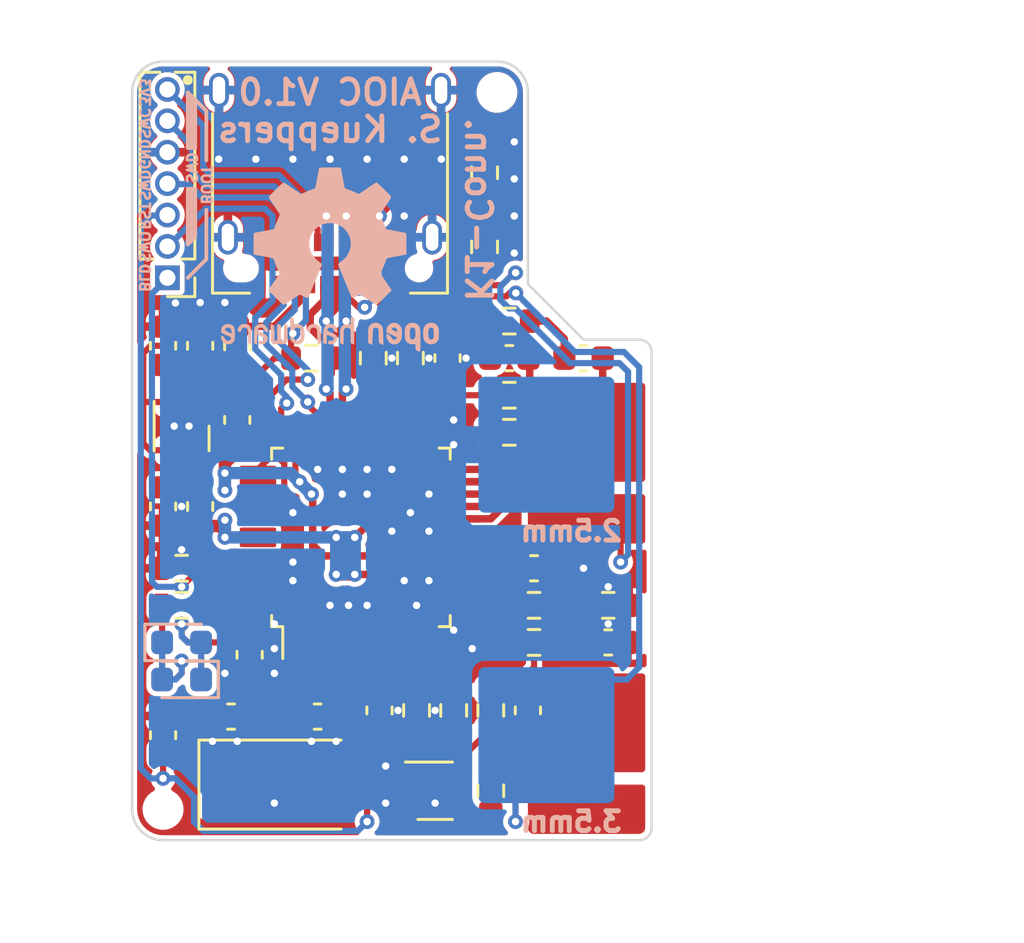
<source format=kicad_pcb>
(kicad_pcb (version 20211014) (generator pcbnew)
  (layers (0 "F.Cu" signal) (31 "B.Cu" signal) (34 "B.Paste" user) (35 "F.Paste" user) (36 "B.SilkS" user "B.Silkscreen") (37 "F.SilkS" user "F.Silkscreen") (38 "B.Mask" user) (39 "F.Mask" user) (44 "Edge.Cuts" user))
  (net 0 "")
  (net 1 "GND")
  (net 2 "/OSCIN")
  (net 3 "/OSCOUT")
  (net 12 "/SWCLK")
  (net 22 "/SWDIO")
  (net 23 "/USB-DP")
  (net 24 "/USB-DN")
  (net 25 "Net-(C3-Pad1)")
  (net 28 "+3V3")
  (net 29 "+3.3VA")
  (net 30 "/VIN")
  (net 31 "/VBUS")
  (net 32 "Net-(C12-Pad1)")
  (net 33 "Net-(C14-Pad1)")
  (net 34 "Net-(J1-PadB5)")
  (net 35 "Net-(J1-PadA5)")
  (net 36 "/USART-RX")
  (net 37 "Net-(Q1-Pad3)")
  (net 38 "Net-(Q1-Pad6)")
  (net 39 "/USART-TX")
  (net 40 "/PTT1")
  (net 41 "/PTT2")
  (net 42 "/AFIN")
  (net 43 "/RADIO-MIC")
  (net 44 "/RADIO-SPK")
  (net 45 "/AFOUT")
  (net 46 "/RADIO-RX-PTT1")
  (net 47 "/RADIO-TX")
  (net 48 "/RADIO-VP-PTT2")
  (net 49 "/NRST")
  (net 50 "/SWO")
  (net 51 "/BOOT0")
  (net 52 "Net-(D1-Pad1)")
  (net 53 "Net-(D1-Pad2)")
  (net 54 "Net-(R15-Pad2)")
  (net 55 "Net-(Q1-Pad2)")
  (net 56 "Net-(Q1-Pad5)")
  (net 59 "Net-(C5-Pad1)")
  (net 60 "/DAC_ATTEN")
  (footprint "Resistor_SMD:R_0603_1608Metric" (layer "F.Cu") (at 119.75 102 180)
    (fp_text reference "R2" hide)
    (fp_text value "10K")
  )
  (footprint "LED_SMD:LED_0603_1608Metric" (layer "F.Cu") (at 105.5 105 180)
    (fp_text reference "D2" hide)
    (fp_text value "RED")
  )
  (footprint "Capacitor_SMD:C_0603_1608Metric" (layer "F.Cu") (at 118.75 92 180)
    (fp_text reference "C11" hide)
    (fp_text value "10n/NP0")
  )
  (footprint "Resistor_SMD:R_0603_1608Metric" (layer "F.Cu") (at 105.5 102)
    (fp_text reference "R15" hide)
    (fp_text value "220R")
  )
  (footprint "AIOC:USB_C_Receptacle_Amphenol_12401832E40-2A" (layer "F.Cu") (at 111.5 85 180)
    (fp_text reference "J1" hide)
    (fp_text value "12401832E402A")
  )
  (footprint "Capacitor_SMD:C_0603_1608Metric" (layer "F.Cu") (at 107.5 106.5 180)
    (fp_text reference "C1" hide)
    (fp_text value "22p/NP0")
  )
  (footprint "LED_SMD:LED_0603_1608Metric" (layer "F.Cu") (at 105.5 103.5)
    (fp_text reference "D1" hide)
    (fp_text value "GREEN")
  )
  (footprint "Capacitor_SMD:C_0603_1608Metric" (layer "F.Cu") (at 113.5 106.25 -90)
    (fp_text reference "C9" hide)
    (fp_text value "100n")
  )
  (footprint "Capacitor_SMD:C_0603_1608Metric" (layer "F.Cu") (at 122.75 103.5)
    (fp_text reference "C12" hide)
    (fp_text value "100n")
  )
  (footprint "Resistor_SMD:R_0603_1608Metric" (layer "F.Cu") (at 118 109.5 -90)
    (fp_text reference "R13" hide)
    (fp_text value "22R")
  )
  (footprint "Inductor_SMD:L_0603_1608Metric" (layer "F.Cu") (at 107.75 91.5 90)
    (fp_text reference "FB2" hide)
    (fp_text value "600R@100MHz")
  )
  (footprint "Resistor_SMD:R_0603_1608Metric" (layer "F.Cu") (at 114.75 92 -90)
    (fp_text reference "R8" hide)
    (fp_text value "220R")
  )
  (footprint "Resistor_SMD:R_0603_1608Metric" (layer "F.Cu") (at 116.5 106.25 -90)
    (fp_text reference "R11" hide)
    (fp_text value "2.2K")
  )
  (footprint "Resistor_SMD:R_0603_1608Metric" (layer "F.Cu") (at 113.25 92 -90)
    (fp_text reference "R9" hide)
    (fp_text value "220R")
  )
  (footprint "Package_QFP:LQFP-48_7x7mm_P0.5mm" (layer "F.Cu") (at 112.75 99.25 90)
    (fp_text reference "U2" hide)
    (fp_text value "STM32F373CBTx")
  )
  (footprint "Capacitor_SMD:C_0603_1608Metric" (layer "F.Cu") (at 106.25 91.5 90)
    (fp_text reference "C6" hide)
    (fp_text value "4.7u/10V/X5R")
  )
  (footprint "Resistor_SMD:R_0603_1608Metric" (layer "F.Cu") (at 122.75 102 180)
    (fp_text reference "R4" hide)
    (fp_text value "220R")
  )
  (footprint "Inductor_SMD:L_0603_1608Metric" (layer "F.Cu") (at 106.25 98 90)
    (fp_text reference "FB1" hide)
    (fp_text value "600R@100MHz")
  )
  (footprint "Capacitor_SMD:C_0603_1608Metric" (layer "F.Cu") (at 104.75 91.5 90)
    (fp_text reference "C3" hide)
    (fp_text value "100n")
  )
  (footprint "Capacitor_SMD:C_0603_1608Metric" (layer "F.Cu") (at 111 106.5)
    (fp_text reference "C2" hide)
    (fp_text value "22p/NP0")
  )
  (footprint "Resistor_SMD:R_0603_1608Metric" (layer "F.Cu") (at 115 106.25 -90)
    (fp_text reference "R10" hide)
    (fp_text value "2.2K")
  )
  (footprint "Capacitor_SMD:C_0603_1608Metric" (layer "F.Cu") (at 107.75 94.5 90)
    (fp_text reference "C4" hide)
    (fp_text value "4.7u/10V/X5R")
  )
  (footprint "Resistor_SMD:R_0603_1608Metric" (layer "F.Cu") (at 110.75 92)
    (fp_text reference "R1" hide)
    (fp_text value "1.5K")
  )
  (footprint "Capacitor_SMD:C_0603_1608Metric" (layer "F.Cu") (at 104.75 98 -90)
    (fp_text reference "C5" hide)
    (fp_text value "4.7u/10V/X5R")
  )
  (footprint "Package_TO_SOT_SMD:SOT-363_SC-70-6" (layer "F.Cu") (at 115.75 109.5)
    (fp_text reference "Q1" hide)
    (fp_text value "BC847BS")
  )
  (footprint "Capacitor_SMD:C_0603_1608Metric" (layer "F.Cu") (at 121.75 92)
    (fp_text reference "C14" hide)
    (fp_text value "4.7u/10V/X5R")
  )
  (footprint "Resistor_SMD:R_0603_1608Metric" (layer "F.Cu") (at 119.75 103.5 180)
    (fp_text reference "R17" hide)
    (fp_text value "N.M.")
  )
  (footprint "Resistor_SMD:R_0603_1608Metric" (layer "F.Cu") (at 118.75 90.5)
    (fp_text reference "R5" hide)
    (fp_text value "2.2K")
  )
  (footprint "Capacitor_SMD:C_0603_1608Metric" (layer "F.Cu") (at 104.75 107.25 90)
    (fp_text reference "C15" hide)
    (fp_text value "100n")
  )
  (footprint "Capacitor_SMD:C_0603_1608Metric" (layer "F.Cu") (at 119.75 100.5)
    (fp_text reference "C7" hide)
    (fp_text value "4.7u/10V/X5R")
  )
  (footprint "Connector_PinHeader_1.27mm:PinHeader_1x07_P1.27mm_Vertical" (layer "F.Cu") (at 104.925 88.75 180)
    (fp_text reference "J2" hide)
    (fp_text value "Conn_01x07_Male")
  )
  (footprint "Capacitor_SMD:C_0603_1608Metric" (layer "F.Cu") (at 108.25 104 -90)
    (fp_text reference "C8" hide)
    (fp_text value "100n")
  )
  (footprint "AIOC:Micrel_MLF-8-1EP_2x2mm_P0.5mm_EP0.6x1.2mm" (layer "F.Cu") (at 105.5 94.75 -90)
    (fp_text reference "U1" hide)
    (fp_text value "MIC5330-SSYML")
  )
  (footprint "Resistor_SMD:R_0603_1608Metric" (layer "F.Cu") (at 118.75 93.5)
    (fp_text reference "R16" hide)
    (fp_text value "5.1K")
  )
  (footprint "Resistor_SMD:R_0603_1608Metric" (layer "F.Cu") (at 118.75 95)
    (fp_text reference "R3" hide)
    (fp_text value "5.1K")
  )
  (footprint "AIOC:TOOLING-HOLE" (layer "F.Cu") (at 104.75 110.25)
    (fp_text reference "H2" hide)
    (fp_text value "ToolingHole")
  )
  (footprint "Capacitor_SMD:C_0603_1608Metric" (layer "F.Cu") (at 116.25 92 90)
    (fp_text reference "C10" hide)
    (fp_text value "4.7u/10V/X5R")
  )
  (footprint "Resistor_SMD:R_0603_1608Metric" (layer "F.Cu") (at 105.5 100.5)
    (fp_text reference "R14" hide)
    (fp_text value "2.2K")
  )
  (footprint "Resistor_SMD:R_0603_1608Metric" (layer "F.Cu") (at 117.75 84.5 -90)
    (fp_text reference "R6" hide)
    (fp_text value "5.1K")
  )
  (footprint "AIOC:TOOLING-HOLE" (layer "F.Cu") (at 118.25 81.25)
    (fp_text reference "H1" hide)
    (fp_text value "ToolingHole")
  )
  (footprint "Capacitor_SMD:C_0603_1608Metric" (layer "F.Cu") (at 119.5 106.25 -90)
    (fp_text reference "C13" hide)
    (fp_text value "4.7u/10V/X5R")
  )
  (footprint "AIOC:Crystal_SMD_5032-2Pin_5.0x3.2mm" (layer "F.Cu") (at 109.25 109.25)
    (fp_text reference "Y1" hide)
    (fp_text value "8MHz/20pF")
  )
  (footprint "Resistor_SMD:R_0603_1608Metric" (layer "F.Cu") (at 118 106.25 -90)
    (fp_text reference "R12" hide)
    (fp_text value "22R")
  )
  (footprint "Resistor_SMD:R_0603_1608Metric" (layer "F.Cu") (at 117.75 87.5 90)
    (fp_text reference "R7" hide)
    (fp_text value "5.1K")
  )
  (footprint "LED_SMD:LED_0603_1608Metric" (layer "B.Cu") (at 105.5 105 180)
    (fp_text reference "D4" hide)
    (fp_text value "N.M.")
  )
  (footprint "LED_SMD:LED_0603_1608Metric" (layer "B.Cu") (at 105.5 103.5)
    (fp_text reference "D3" hide)
    (fp_text value "N.M.")
  )
  (footprint "Symbol:OSHW-Logo2_9.8x8mm_SilkScreen" (layer "B.Cu") (at 111.5 88 180)
    (fp_text reference "REF**" hide)
    (fp_text value "OSHW-Logo2_9.8x8mm_SilkScreen" hide)
  )
  (gr_line (start 105.9 85.15) (end 105.9 87.25) (layer "B.SilkS") (width 0.15))
  (gr_line (start 105.75 87.4) (end 105.75 85.15) (layer "B.SilkS") (width 0.15))
  (gr_line (start 105.75 85.15) (end 106.05 85.15) (layer "B.SilkS") (width 0.15))
  (gr_line (start 105.75 88.75) (end 106.5 88) (layer "B.SilkS") (width 0.15))
  (gr_line (start 105.75 81.25) (end 106.5 82) (layer "B.SilkS") (width 0.15))
  (gr_line (start 105.75 83.5) (end 105.75 81.25) (layer "B.SilkS") (width 0.15))
  (gr_line (start 106.5 82) (end 106.5 84) (layer "B.SilkS") (width 0.15))
  (gr_line (start 105.75 83.5) (end 106.05 83.5) (layer "B.SilkS") (width 0.15))
  (gr_line (start 106.5 88) (end 106.5 86) (layer "B.SilkS") (width 0.15))
  (gr_line (start 106.05 87.1) (end 106.05 85.15) (layer "B.SilkS") (width 0.15))
  (gr_line (start 105.75 87.4) (end 106.05 87.1) (layer "B.SilkS") (width 0.15))
  (gr_line (start 105.9 81.4) (end 105.9 83.5) (layer "B.SilkS") (width 0.15))
  (gr_line (start 106.05 83.5) (end 106.05 81.55) (layer "B.SilkS") (width 0.15))
  (gr_circle (center 105.75 80.75) (end 105.85 80.75) (layer "F.SilkS") (width 0.2) (fill none))
  (gr_line (start 119.5 89) (end 119.5 81.25) (layer "Edge.Cuts") (width 0.1))
  (gr_line (start 103.5 110.25) (end 103.5 81.25) (layer "Edge.Cuts") (width 0.1))
  (gr_line (start 121.75 91.25) (end 124 91.25) (layer "Edge.Cuts") (width 0.1))
  (gr_line (start 124.5 91.75) (end 124.5 111) (layer "Edge.Cuts") (width 0.1))
  (gr_line (start 124 111.5) (end 104.75 111.5) (layer "Edge.Cuts") (width 0.1))
  (gr_arc (start 124.5 111) (mid 124.353553 111.353553) (end 124 111.5) (layer "Edge.Cuts") (width 0.1))
  (gr_line (start 121.75 91.25) (end 119.5 89) (layer "Edge.Cuts") (width 0.1))
  (gr_arc (start 118.25 80) (mid 119.133883 80.366117) (end 119.5 81.25) (layer "Edge.Cuts") (width 0.1))
  (gr_arc (start 103.5 81.25) (mid 103.866117 80.366117) (end 104.75 80) (layer "Edge.Cuts") (width 0.1))
  (gr_line (start 106 80) (end 118.25 80) (layer "Edge.Cuts") (width 0.1))
  (gr_arc (start 124 91.25) (mid 124.353553 91.396447) (end 124.5 91.75) (layer "Edge.Cuts") (width 0.1))
  (gr_line (start 106 80) (end 104.75 80) (layer "Edge.Cuts") (width 0.1))
  (gr_arc (start 104.75 111.5) (mid 103.866117 111.133883) (end 103.5 110.25) (layer "Edge.Cuts") (width 0.1))
  (gr_text "RST" (at 104 86.25 270) (layer "B.SilkS") (effects (font (size 0.4 0.4) (thickness 0.1)) (justify mirror)))
  (gr_text "SWD" (at 104 85 270) (layer "B.SilkS") (effects (font (size 0.4 0.4) (thickness 0.1)) (justify mirror)))
  (gr_text "SWO" (at 104 87.5 270) (layer "B.SilkS") (effects (font (size 0.4 0.4) (thickness 0.1)) (justify mirror)))
  (gr_text "GND" (at 104 83.75 270) (layer "B.SilkS") (effects (font (size 0.4 0.4) (thickness 0.1)) (justify mirror)))
  (gr_text "BLD" (at 104 88.75 270) (layer "B.SilkS") (effects (font (size 0.4 0.4) (thickness 0.1)) (justify mirror)))
  (gr_text "3V3" (at 104 81.25 270) (layer "B.SilkS") (effects (font (size 0.4 0.4) (thickness 0.1)) (justify mirror)))
  (gr_text "AIOC V1.0" (at 111.5 81.25) (layer "B.SilkS") (effects (font (size 1 1) (thickness 0.2)) (justify mirror)))
  (gr_text "3.5mm" (at 121.25 110.75) (layer "B.SilkS") (effects (font (size 0.8 0.8) (thickness 0.2)) (justify mirror)))
  (gr_text "SWD" (at 105.9 84.3 270) (layer "B.SilkS") (effects (font (size 0.4 0.4) (thickness 0.1)) (justify mirror)))
  (gr_text "S. Kueppers" (at 111.5 82.75) (layer "B.SilkS") (effects (font (size 1 1) (thickness 0.2)) (justify mirror)))
  (gr_text "K1-Conn." (at 117.5 86 270) (layer "B.SilkS") (effects (font (size 1 1) (thickness 0.2)) (justify mirror)))
  (gr_text "2.5mm" (at 121.25 99) (layer "B.SilkS") (effects (font (size 0.8 0.8) (thickness 0.2)) (justify mirror)))
  (gr_text "SWC" (at 104 82.5 270) (layer "B.SilkS") (effects (font (size 0.4 0.4) (thickness 0.1)) (justify mirror)))
  (gr_text "BOOT" (at 106.5 85 270) (layer "B.SilkS") (effects (font (size 0.4 0.4) (thickness 0.1)) (justify mirror)))
  (segment (start 108.75 89.02) (end 108.75 88.416813) (width 0.25) (layer "F.Cu") (net 1))
  (segment (start 113.5 102.5) (end 113.5 103.4125) (width 0.3) (layer "F.Cu") (net 1))
  (segment (start 105.75 93.775) (end 105.75 94.7) (width 0.25) (layer "F.Cu") (net 1))
  (segment (start 123.525 103.5) (end 123.525 102.05) (width 0.3) (layer "F.Cu") (net 1))
  (segment (start 113 102) (end 113.5 102.5) (width 0.3) (layer "F.Cu") (net 1))
  (segment (start 105.75 94.7) (end 105.8 94.75) (width 0.25) (layer "F.Cu") (net 1))
  (segment (start 109.5 101.5) (end 110 101) (width 0.3) (layer "F.Cu") (net 1))
  (segment (start 114.5 87.32) (end 114.5 87.916813) (width 0.25) (layer "F.Cu") (net 1))
  (segment (start 109 87.32) (end 109 88.166813) (width 0.25) (layer "F.Cu") (net 1))
  (segment (start 114.5 87.916813) (end 114.25 88.166813) (width 0.25) (layer "F.Cu") (net 1))
  (segment (start 114.25 89.02) (end 114.25 88.166813) (width 0.25) (layer "F.Cu") (net 1))
  (segment (start 123.525 102.05) (end 123.575 102) (width 0.25) (layer "F.Cu") (net 1))
  (segment (start 108.75 88.416813) (end 109 88.166813) (width 0.25) (layer "F.Cu") (net 1))
  (segment (start 108.5875 101.5) (end 109.5 101.5) (width 0.3) (layer "F.Cu") (net 1))
  (via (at 114.25 106.25) (size 0.6) (drill 0.3) (layers "F.Cu" "B.Cu") (net 1))
  (via (at 115.5 97.5) (size 0.6) (drill 0.3) (layers "F.Cu" "B.Cu") (net 1))
  (via (at 113.00027 83.951369) (size 0.6) (drill 0.3) (layers "F.Cu" "B.Cu") (net 1))
  (via (at 105.8 94.75) (size 0.6) (drill 0.3) (layers "F.Cu" "B.Cu") (net 1))
  (via (at 116.5 94.5) (size 0.6) (drill 0.3) (layers "F.Cu" "B.Cu") (net 1))
  (via (at 118.95 83.25) (size 0.6) (drill 0.3) (layers "F.Cu" "B.Cu") (net 1))
  (via (at 107.75 107.5) (size 0.6) (drill 0.3) (layers "F.Cu" "B.Cu") (net 1))
  (via (at 115 102) (size 0.6) (drill 0.3) (layers "F.Cu" "B.Cu") (net 1))
  (via (at 113 96.5) (size 0.6) (drill 0.3) (layers "F.Cu" "B.Cu") (net 1))
  (via (at 110 100.25) (size 0.6) (drill 0.3) (layers "F.Cu" "B.Cu") (net 1))
  (via (at 118.95 84.75) (size 0.6) (drill 0.3) (layers "F.Cu" "B.Cu") (net 1))
  (via (at 109.25 103.75) (size 0.6) (drill 0.3) (layers "F.Cu" "B.Cu") (net 1))
  (via (at 112.25 102) (size 0.6) (drill 0.3) (layers "F.Cu" "B.Cu") (net 1))
  (via (at 107.25 89.75) (size 0.6) (drill 0.3) (layers "F.Cu" "B.Cu") (net 1))
  (via (at 113.75 110) (size 0.6) (drill 0.3) (layers "F.Cu" "B.Cu") (net 1))
  (via (at 110.75 107.5) (size 0.6) (drill 0.3) (layers "F.Cu" "B.Cu") (net 1))
  (via (at 112 97.5) (size 0.6) (drill 0.3) (layers "F.Cu" "B.Cu") (net 1))
  (via (at 105.25 89.769502) (size 0.6) (drill 0.3) (layers "F.Cu" "B.Cu") (net 1))
  (via (at 105.5 98) (size 0.6) (drill 0.3) (layers "F.Cu" "B.Cu") (net 1))
  (via (at 110 98.25) (size 0.6) (drill 0.3) (layers "F.Cu" "B.Cu") (net 1))
  (via (at 114 99) (size 0.6) (drill 0.3) (layers "F.Cu" "B.Cu") (net 1))
  (via (at 116.00027 83.951369) (size 0.6) (drill 0.3) (layers "F.Cu" "B.Cu") (net 1))
  (via (at 117 92) (size 0.6) (drill 0.3) (layers "F.Cu" "B.Cu") (net 1))
  (via (at 109.25 102.75) (size 0.6) (drill 0.3) (layers "F.Cu" "B.Cu") (net 1))
  (via (at 114.5 101) (size 0.6) (drill 0.3) (layers "F.Cu" "B.Cu") (net 1))
  (via (at 107 83.95) (size 0.6) (drill 0.3) (layers "F.Cu" "B.Cu") (net 1))
  (via (at 105.5 99.75) (size 0.6) (drill 0.3) (layers "F.Cu" "B.Cu") (net 1))
  (via (at 117.25 103.75) (size 0.6) (drill 0.3) (layers "F.Cu" "B.Cu") (net 1))
  (via (at 110 101) (size 0.6) (drill 0.3) (layers "F.Cu" "B.Cu") (net 1))
  (via (at 106.75 107.5) (size 0.6) (drill 0.3) (layers "F.Cu" "B.Cu") (net 1))
  (via (at 114 92) (size 0.6) (drill 0.3) (layers "F.Cu" "B.Cu") (net 1))
  (via (at 113 97.5) (size 0.6) (drill 0.3) (layers "F.Cu" "B.Cu") (net 1))
  (via (at 113 102) (size 0.6) (drill 0.3) (layers "F.Cu" "B.Cu") (net 1))
  (via (at 106.25 89.75) (size 0.6) (drill 0.3) (layers "F.Cu" "B.Cu") (net 1))
  (via (at 114.5 86.25) (size 0.6) (drill 0.3) (layers "F.Cu" "B.Cu") (net 1))
  (via (at 107.25 104.75) (size 0.6) (drill 0.3) (layers "F.Cu" "B.Cu") (net 1))
  (via (at 121.75 100.5) (size 0.6) (drill 0.3) (layers "F.Cu" "B.Cu") (net 1))
  (via (at 116.5 95.5) (size 0.6) (drill 0.3) (layers "F.Cu" "B.Cu") (net 1))
  (via (at 111.75 107.502432) (size 0.6) (drill 0.3) (layers "F.Cu" "B.Cu") (net 1))
  (via (at 114.75 98.25) (size 0.6) (drill 0.3) (layers "F.Cu" "B.Cu") (net 1))
  (via (at 115.75 110) (size 0.6) (drill 0.3) (layers "F.Cu" "B.Cu") (net 1))
  (via (at 114 96.5) (size 0.6) (drill 0.3) (layers "F.Cu" "B.Cu") (net 1))
  (via (at 113.75 108.5) (size 0.6) (drill 0.3) (layers "F.Cu" "B.Cu") (net 1))
  (via (at 114.4994 83.950576) (size 0.6) (drill 0.3) (layers "F.Cu" "B.Cu") (net 1))
  (via (at 112 96.5) (size 0.6) (drill 0.3) (layers "F.Cu" "B.Cu") (net 1))
  (via (at 108.50027 83.951369) (size 0.6) (drill 0.3) (layers "F.Cu" "B.Cu") (net 1))
  (via (at 105.2 94.75) (size 0.6) (drill 0.3) (layers "F.Cu" "B.Cu") (net 1))
  (via (at 116.5 103) (size 0.6) (drill 0.3) (layers "F.Cu" "B.Cu") (net 1))
  (via (at 111.50027 83.951369) (size 0.6) (drill 0.3) (layers "F.Cu" "B.Cu") (net 1))
  (via (at 122.75 101.25) (size 0.6) (drill 0.3) (layers "F.Cu" "B.Cu") (net 1))
  (via (at 115.5 99) (size 0.6) (drill 0.3) (layers "F.Cu" "B.Cu") (net 1))
  (via (at 109.25 110) (size 0.6) (drill 0.3) (layers "F.Cu" "B.Cu") (net 1))
  (via (at 111 96.5) (size 0.6) (drill 0.3) (layers "F.Cu" "B.Cu") (net 1))
  (via (at 115.5 101) (size 0.6) (drill 0.3) (layers "F.Cu" "B.Cu") (net 1))
  (via (at 111.5 102) (size 0.6) (drill 0.3) (layers "F.Cu" "B.Cu") (net 1))
  (via (at 118.95 86.25) (size 0.6) (drill 0.3) (layers "F.Cu" "B.Cu") (net 1))
  (via (at 109.25 104.75) (size 0.6) (drill 0.3) (layers "F.Cu" "B.Cu") (net 1))
  (via (at 115.5 92) (size 0.6) (drill 0.3) (layers "F.Cu" "B.Cu") (net 1))
  (via (at 118.95 87.75) (size 0.6) (drill 0.3) (layers "F.Cu" "B.Cu") (net 1))
  (via (at 110.00027 83.951369) (size 0.6) (drill 0.3) (layers "F.Cu" "B.Cu") (net 1))
  (via (at 122.75 102.75) (size 0.6) (drill 0.3) (layers "F.Cu" "B.Cu") (net 1))
  (via (at 115.75 106.25) (size 0.6) (drill 0.3) (layers "F.Cu" "B.Cu") (net 1))
  (segment (start 108.75 107.5) (end 108.75 109) (width 0.25) (layer "F.Cu") (net 2))
  (segment (start 108.5 109.25) (end 107.4 109.25) (width 0.25) (layer "F.Cu") (net 2))
  (segment (start 108.863604 106.5) (end 108.472183 106.5) (width 0.25) (layer "F.Cu") (net 2))
  (segment (start 108.275 106.75) (end 108.275 107.025) (width 0.25) (layer "F.Cu") (net 2))
  (segment (start 110.363604 105) (end 108.863604 106.5) (width 0.25) (layer "F.Cu") (net 2))
  (segment (start 112 104.363604) (end 111.363604 105) (width 0.25) (layer "F.Cu") (net 2))
  (segment (start 108.75 109) (end 108.5 109.25) (width 0.25) (layer "F.Cu") (net 2))
  (segment (start 112 103.4125) (end 112 104.363604) (width 0.25) (layer "F.Cu") (net 2))
  (segment (start 108.275 107.025) (end 108.75 107.5) (width 0.25) (layer "F.Cu") (net 2))
  (segment (start 111.363604 105) (end 110.363604 105) (width 0.25) (layer "F.Cu") (net 2))
  (segment (start 108.525 106.5) (end 108.275 106.75) (width 0.25) (layer "F.Cu") (net 2))
  (segment (start 112.5 104.5) (end 111.55 105.45) (width 0.25) (layer "F.Cu") (net 3))
  (segment (start 109.75 107.5) (end 109.75 109) (width 0.25) (layer "F.Cu") (net 3))
  (segment (start 110.225 107.025) (end 109.75 107.5) (width 0.25) (layer "F.Cu") (net 3))
  (segment (start 112.5 103.4125) (end 112.5 104.5) (width 0.25) (layer "F.Cu") (net 3))
  (segment (start 110.225 105.775) (end 110.225 107.025) (width 0.25) (layer "F.Cu") (net 3))
  (segment (start 110 109.25) (end 111.1 109.25) (width 0.25) (layer "F.Cu") (net 3))
  (segment (start 111.55 105.45) (end 110.55 105.45) (width 0.25) (layer "F.Cu") (net 3))
  (segment (start 110.55 105.45) (end 110.225 105.775) (width 0.25) (layer "F.Cu") (net 3))
  (segment (start 109.75 109) (end 110 109.25) (width 0.25) (layer "F.Cu") (net 3))
  (segment (start 109.05 96.0375) (end 108.5875 96.5) (width 0.25) (layer "F.Cu") (net 12))
  (segment (start 110.6 92.866006) (end 109.743948 92.866006) (width 0.25) (layer "F.Cu") (net 12))
  (segment (start 109.743948 92.866006) (end 109.05 93.559954) (width 0.25) (layer "F.Cu") (net 12))
  (segment (start 109.05 93.559954) (end 109.05 96.0375) (width 0.25) (layer "F.Cu") (net 12))
  (via (at 110.6 92.866006) (size 0.6) (drill 0.3) (layers "F.Cu" "B.Cu") (net 12))
  (segment (start 105.925 83.42) (end 104.925 82.42) (width 0.25) (layer "B.Cu") (net 12))
  (segment (start 109.247792 85.05) (end 106.505408 85.05) (width 0.25) (layer "B.Cu") (net 12))
  (segment (start 110.6 92.483884) (end 109.375 91.258884) (width 0.25) (layer "B.Cu") (net 12))
  (segment (start 110.6 92.866006) (end 110.6 92.483884) (width 0.25) (layer "B.Cu") (net 12))
  (segment (start 109.375 91.258884) (end 109.375 90.741116) (width 0.25) (layer "B.Cu") (net 12))
  (segment (start 110.0755 90.040616) (end 110.0755 85.877708) (width 0.25) (layer "B.Cu") (net 12))
  (segment (start 106.505408 85.05) (end 105.925 84.469592) (width 0.25) (layer "B.Cu") (net 12))
  (segment (start 109.375 90.741116) (end 110.0755 90.040616) (width 0.25) (layer "B.Cu") (net 12))
  (segment (start 110.0755 85.877708) (end 109.247792 85.05) (width 0.25) (layer "B.Cu") (net 12))
  (segment (start 105.925 84.469592) (end 105.925 83.42) (width 0.25) (layer "B.Cu") (net 12))
  (segment (start 110.499747 93.784062) (end 111 94.284315) (width 0.25) (layer "F.Cu") (net 22))
  (segment (start 111 94.284315) (end 111 95.0875) (width 0.25) (layer "F.Cu") (net 22))
  (via (at 110.6 93.774076) (size 0.6) (drill 0.3) (layers "F.Cu" "B.Cu") (net 22))
  (segment (start 109.061396 85.5) (end 106.319012 85.5) (width 0.25) (layer "B.Cu") (net 22))
  (segment (start 109.6255 86.064104) (end 109.061396 85.5) (width 0.25) (layer "B.Cu") (net 22))
  (segment (start 109.6255 89.85422) (end 109.6255 86.064104) (width 0.25) (layer "B.Cu") (net 22))
  (segment (start 109.975 92.49528) (end 108.925 91.44528) (width 0.25) (layer "B.Cu") (net 22))
  (segment (start 108.925 90.55472) (end 109.6255 89.85422) (width 0.25) (layer "B.Cu") (net 22))
  (segment (start 110.6 93.774076) (end 109.975 93.149076) (width 0.25) (layer "B.Cu") (net 22))
  (segment (start 109.975 93.149076) (end 109.975 92.49528) (width 0.25) (layer "B.Cu") (net 22))
  (segment (start 105.779012 84.96) (end 104.925 84.96) (width 0.25) (layer "B.Cu") (net 22))
  (segment (start 106.319012 85.5) (end 105.779012 84.96) (width 0.25) (layer "B.Cu") (net 22))
  (segment (start 108.925 91.44528) (end 108.925 90.55472) (width 0.25) (layer "B.Cu") (net 22))
  (segment (start 111.575 92.625) (end 111.575 92) (width 0.25) (layer "F.Cu") (net 23))
  (segment (start 111.35 90.380761) (end 111.35 90.5) (width 0.3) (layer "F.Cu") (net 23))
  (segment (start 111.5 87.32) (end 111.5 86.4) (width 0.3) (layer "F.Cu") (net 23))
  (segment (start 111.35 93.25) (end 111.35 92.85) (width 0.25) (layer "F.Cu") (net 23))
  (segment (start 111.5 86.4) (end 111.35 86.25) (width 0.3) (layer "F.Cu") (net 23))
  (segment (start 111.35 92.85) (end 111.575 92.625) (width 0.25) (layer "F.Cu") (net 23))
  (segment (start 111.5 95.0875) (end 111.5 93.4) (width 0.3) (layer "F.Cu") (net 23))
  (segment (start 111.75 89.02) (end 111.75 89.980761) (width 0.3) (layer "F.Cu") (net 23))
  (segment (start 111.5 93.4) (end 111.35 93.25) (width 0.3) (layer "F.Cu") (net 23))
  (segment (start 111.75 89.980761) (end 111.35 90.380761) (width 0.3) (layer "F.Cu") (net 23))
  (via (at 111.35 86.25) (size 0.6) (drill 0.3) (layers "F.Cu" "B.Cu") (net 23))
  (via (at 111.35 90.5) (size 0.6) (drill 0.3) (layers "F.Cu" "B.Cu") (net 23))
  (via (at 111.35 93.25) (size 0.6) (drill 0.3) (layers "F.Cu" "B.Cu") (net 23))
  (segment (start 111.4 86.3) (end 111.4 93.2) (width 0.5) (layer "B.Cu") (net 23))
  (segment (start 111.35 86.25) (end 111.4 86.3) (width 0.5) (layer "B.Cu") (net 23))
  (segment (start 111.4 93.2) (end 111.35 93.25) (width 0.5) (layer "B.Cu") (net 23))
  (segment (start 112 95.0875) (end 112 93.4) (width 0.3) (layer "F.Cu") (net 24))
  (segment (start 110.7 90.769239) (end 111.080761 91.15) (width 0.3) (layer "F.Cu") (net 24))
  (segment (start 112 86.4) (end 112.15 86.25) (width 0.3) (layer "F.Cu") (net 24))
  (segment (start 111.619239 91.15) (end 112.15 90.619239) (width 0.3) (layer "F.Cu") (net 24))
  (segment (start 111.080761 91.15) (end 111.619239 91.15) (width 0.3) (layer "F.Cu") (net 24))
  (segment (start 112 87.32) (end 112 86.4) (width 0.3) (layer "F.Cu") (net 24))
  (segment (start 111.25 89.02) (end 111.25 89.680761) (width 0.3) (layer "F.Cu") (net 24))
  (segment (start 112 93.4) (end 112.15 93.25) (width 0.3) (layer "F.Cu") (net 24))
  (segment (start 110.7 90.230761) (end 110.7 90.769239) (width 0.3) (layer "F.Cu") (net 24))
  (segment (start 111.25 89.680761) (end 110.7 90.230761) (width 0.3) (layer "F.Cu") (net 24))
  (segment (start 112.15 90.619239) (end 112.15 90.5) (width 0.3) (layer "F.Cu") (net 24))
  (via (at 112.15 86.25) (size 0.6) (drill 0.3) (layers "F.Cu" "B.Cu") (net 24))
  (via (at 112.15 90.5) (size 0.6) (drill 0.3) (layers "F.Cu" "B.Cu") (net 24))
  (via (at 112.15 93.25) (size 0.6) (drill 0.3) (layers "F.Cu" "B.Cu") (net 24))
  (segment (start 112.1 93.2) (end 112.15 93.25) (width 0.5) (layer "B.Cu") (net 24))
  (segment (start 112.1 86.3) (end 112.1 93.2) (width 0.5) (layer "B.Cu") (net 24))
  (segment (start 112.15 86.25) (end 112.1 86.3) (width 0.5) (layer "B.Cu") (net 24))
  (segment (start 105.25 93.775) (end 105.25 93.25) (width 0.25) (layer "F.Cu") (net 25))
  (segment (start 105.25 93.25) (end 104.75 92.75) (width 0.25) (layer "F.Cu") (net 25))
  (segment (start 104.75 92.75) (end 104.75 92.275) (width 0.25) (layer "F.Cu") (net 25))
  (segment (start 110.1 96.85) (end 110.75 97.5) (width 0.25) (layer "F.Cu") (net 28))
  (segment (start 110 102.25) (end 110.5 101.75) (width 0.3) (layer "F.Cu") (net 28))
  (segment (start 110.8 99.3) (end 110.8 101.45) (width 0.3) (layer "F.Cu") (net 28))
  (segment (start 108.25 102.75) (end 108.5875 102.4125) (width 0.25) (layer "F.Cu") (net 28))
  (segment (start 106.525 95.725) (end 107 95.25) (width 0.25) (layer "F.Cu") (net 28))
  (segment (start 110.25 102) (end 108.5875 102) (width 0.3) (layer "F.Cu") (net 28))
  (segment (start 110.8 99.55) (end 110.8 99.3) (width 0.3) (layer "F.Cu") (net 28))
  (segment (start 109.925 92) (end 109.925 91.075) (width 0.25) (layer "F.Cu") (net 28))
  (segment (start 107.25 96.25) (end 107.75 95.75) (width 0.5) (layer "F.Cu") (net 28))
  (segment (start 107.725 95.25) (end 107.75 95.275) (width 0.25) (layer "F.Cu") (net 28))
  (segment (start 118 100) (end 116.9125 100) (width 0.3) (layer "F.Cu") (net 28))
  (segment (start 110 95.0875) (end 110 95.972919) (width 0.25) (layer "F.Cu") (net 28))
  (segment (start 108.6 92.65) (end 109.25 92) (width 0.25) (layer "F.Cu") (net 28))
  (segment (start 110.2745 97) (end 110.8 97.5255) (width 0.3) (layer "F.Cu") (net 28))
  (segment (start 109.925 91.075) (end 110 91) (width 0.25) (layer "F.Cu") (net 28))
  (segment (start 116.9125 100) (end 111.25 100) (width 0.3) (layer "F.Cu") (net 28))
  (segment (start 111.25 100) (end 110.8 99.55) (width 0.3) (layer "F.Cu") (net 28))
  (segment (start 107.25 97.35) (end 107.25 96.25) (width 0.5) (layer "F.Cu") (net 28))
  (segment (start 110.8 97.5255) (end 110.8 99.3) (width 0.3) (layer "F.Cu") (net 28))
  (segment (start 106.25 95.725) (end 106.525 95.725) (width 0.25) (layer "F.Cu") (net 28))
  (segment (start 107.75 95.75) (end 107.75 95.275) (width 0.5) (layer "F.Cu") (net 28))
  (segment (start 118.5 100.5) (end 118 100) (width 0.3) (layer "F.Cu") (net 28))
  (segment (start 108.25 95.275) (end 108.6 94.925) (width 0.25) (layer "F.Cu") (net 28))
  (segment (start 110.5 101.75) (end 110.25 102) (width 0.3) (layer "F.Cu") (net 28))
  (segment (start 118.975 100.5) (end 118.5 100.5) (width 0.3) (layer "F.Cu") (net 28))
  (segment (start 110 95.972919) (end 110.1 96.072919) (width 0.25) (layer "F.Cu") (net 28))
  (segment (start 108.25 103.225) (end 108.25 102.75) (width 0.25) (layer "F.Cu") (net 28))
  (segment (start 107 95.25) (end 107.725 95.25) (width 0.25) (layer "F.Cu") (net 28))
  (segment (start 110 103.4125) (end 110 102.25) (width 0.3) (layer "F.Cu") (net 28))
  (segment (start 110.8 101.45) (end 110.5 101.75) (width 0.3) (layer "F.Cu") (net 28))
  (segment (start 107.75 95.275) (end 108.25 95.275) (width 0.25) (layer "F.Cu") (net 28))
  (segment (start 109.25 92) (end 109.925 92) (width 0.25) (layer "F.Cu") (net 28))
  (segment (start 108.6 94.925) (end 108.6 92.65) (width 0.25) (layer "F.Cu") (net 28))
  (segment (start 110.1 96.072919) (end 110.1 96.85) (width 0.25) (layer "F.Cu") (net 28))
  (segment (start 108.5875 102.4125) (end 108.5875 102) (width 0.25) (layer "F.Cu") (net 28))
  (via (at 110.2745 97) (size 0.6) (drill 0.3) (layers "F.Cu" "B.Cu") (net 28))
  (via (at 110 91) (size 0.6) (drill 0.3) (layers "F.Cu" "B.Cu") (net 28))
  (via (at 110.75 97.5) (size 0.6) (drill 0.3) (layers "F.Cu" "B.Cu") (net 28))
  (via (at 107.25 96.65) (size 0.6) (drill 0.3) (layers "F.Cu" "B.Cu") (net 28))
  (via (at 107.25 97.35) (size 0.6) (drill 0.3) (layers "F.Cu" "B.Cu") (net 28))
  (segment (start 106.691804 84.6) (end 109.434188 84.6) (width 0.25) (layer "B.Cu") (net 28))
  (segment (start 104.925 81.15) (end 106.375 82.6) (width 0.25) (layer "B.Cu") (net 28))
  (segment (start 110.2745 97) (end 110.25 97) (width 0.5) (layer "B.Cu") (net 28))
  (segment (start 107.25 96.65) (end 107.25 97.35) (width 0.5) (layer "B.Cu") (net 28))
  (segment (start 110.5255 90.4745) (end 110 91) (width 0.25) (layer "B.Cu") (net 28))
  (segment (start 106.375 82.6) (end 106.375 84.283196) (width 0.25) (layer "B.Cu") (net 28))
  (segment (start 110.5255 85.691312) (end 110.5255 90.4745) (width 0.25) (layer "B.Cu") (net 28))
  (segment (start 110.25 97) (end 110.75 97.5) (width 0.5) (layer "B.Cu") (net 28))
  (segment (start 107.25 96.65) (end 109.9 96.65) (width 0.5) (layer "B.Cu") (net 28))
  (segment (start 109.434188 84.6) (end 110.5255 85.691312) (width 0.25) (layer "B.Cu") (net 28))
  (segment (start 109.9 96.65) (end 110.75 97.5) (width 0.5) (layer "B.Cu") (net 28))
  (segment (start 106.375 84.283196) (end 106.691804 84.6) (width 0.25) (layer "B.Cu") (net 28))
  (segment (start 107.25 98.55) (end 107.25 99) (width 0.5) (layer "F.Cu") (net 29))
  (segment (start 116 96.5) (end 115.25 96.5) (width 0.3) (layer "F.Cu") (net 29))
  (segment (start 112.5 100.75) (end 113 100.75) (width 0.3) (layer "F.Cu") (net 29))
  (segment (start 112.5 100.75) (end 111.75 100.75) (width 0.5) (layer "F.Cu") (net 29))
  (segment (start 117.925 93.5) (end 116.25 93.5) (width 0.25) (layer "F.Cu") (net 29))
  (segment (start 114 103.4125) (end 114 104.5) (width 0.3) (layer "F.Cu") (net 29))
  (segment (start 115.5 95.0875) (end 115.5 96.25) (width 0.3) (layer "F.Cu") (net 29))
  (segment (start 116.9125 96.5) (end 116 96.5) (width 0.3) (layer "F.Cu") (net 29))
  (segment (start 113 100.75) (end 114 101.75) (width 0.3) (layer "F.Cu") (net 29))
  (segment (start 107.0375 98.7875) (end 107.25 99) (width 0.5) (layer "F.Cu") (net 29))
  (segment (start 115.25 96.5) (end 113.25 98.5) (width 0.3) (layer "F.Cu") (net 29))
  (segment (start 116.25 93.5) (end 116.25 92.8625) (width 0.3) (layer "F.Cu") (net 29))
  (segment (start 112.5 99.25) (end 111.75 99.25) (width 0.5) (layer "F.Cu") (net 29))
  (segment (start 113.25 98.5) (end 112.5 99.25) (width 0.3) (layer "F.Cu") (net 29))
  (segment (start 113.5 105) (end 113.5 105.3875) (width 0.3) (layer "F.Cu") (net 29))
  (segment (start 115.5 95.0875) (end 115.5 94.25) (width 0.3) (layer "F.Cu") (net 29))
  (segment (start 114 101.75) (end 114 103.4125) (width 0.3) (layer "F.Cu") (net 29))
  (segment (start 106.25 98.7875) (end 107.0375 98.7875) (width 0.5) (layer "F.Cu") (net 29))
  (segment (start 107.25 99) (end 107.25 99.25) (width 0.5) (layer "F.Cu") (net 29))
  (segment (start 115.5 94.25) (end 116.25 93.5) (width 0.3) (layer "F.Cu") (net 29))
  (segment (start 114 104.5) (end 113.5 105) (width 0.3) (layer "F.Cu") (net 29))
  (segment (start 115.5 96.25) (end 115.25 96.5) (width 0.3) (layer "F.Cu") (net 29))
  (via (at 111.75 99.25) (size 0.6) (drill 0.3) (layers "F.Cu" "B.Cu") (net 29))
  (via (at 112.5 99.25) (size 0.6) (drill 0.3) (layers "F.Cu" "B.Cu") (net 29))
  (via (at 107.25 99.25) (size 0.6) (drill 0.3) (layers "F.Cu" "B.Cu") (net 29))
  (via (at 111.75 100.75) (size 0.6) (drill 0.3) (layers "F.Cu" "B.Cu") (net 29))
  (via (at 107.25 98.55) (size 0.6) (drill 0.3) (layers "F.Cu" "B.Cu") (net 29))
  (via (at 112.5 100.75) (size 0.6) (drill 0.3) (layers "F.Cu" "B.Cu") (net 29))
  (segment (start 112.5 99.25) (end 112.5 100.75) (width 0.5) (layer "B.Cu") (net 29))
  (segment (start 107.25 99.25) (end 107.25 98.55) (width 0.5) (layer "B.Cu") (net 29))
  (segment (start 112.1 99.25) (end 112.1 100.75) (width 0.5) (layer "B.Cu") (net 29))
  (segment (start 111.75 99.25) (end 112.25 99.25) (width 0.5) (layer "B.Cu") (net 29))
  (segment (start 111.75 99.25) (end 111.75 100.75) (width 0.5) (layer "B.Cu") (net 29))
  (segment (start 111.75 99.25) (end 107.25 99.25) (width 0.5) (layer "B.Cu") (net 29))
  (segment (start 112.25 99.25) (end 112.5 99.25) (width 0.5) (layer "B.Cu") (net 29))
  (segment (start 103.95 91.8) (end 104.25 91.5) (width 0.25) (layer "F.Cu") (net 30))
  (segment (start 103.95 93.7) (end 103.95 91.8) (width 0.25) (layer "F.Cu") (net 30))
  (segment (start 106.2625 92.2875) (end 106.25 92.275) (width 0.5) (layer "F.Cu") (net 30))
  (segment (start 104.025 93.775) (end 103.95 93.7) (width 0.25) (layer "F.Cu") (net 30))
  (segment (start 107.75 92.2875) (end 106.2625 92.2875) (width 0.5) (layer "F.Cu") (net 30))
  (segment (start 104.25 91.5) (end 106 91.5) (width 0.25) (layer "F.Cu") (net 30))
  (segment (start 103.95 95.45) (end 103.95 93.7) (width 0.25) (layer "F.Cu") (net 30))
  (segment (start 104.75 93.775) (end 104.025 93.775) (width 0.25) (layer "F.Cu") (net 30))
  (segment (start 106 91.5) (end 106.25 91.75) (width 0.25) (layer "F.Cu") (net 30))
  (segment (start 106.25 91.75) (end 106.25 92.275) (width 0.25) (layer "F.Cu") (net 30))
  (segment (start 104 95.5) (end 103.95 95.45) (width 0.25) (layer "F.Cu") (net 30))
  (segment (start 106.25 93.775) (end 106.25 92.275) (width 0.25) (layer "F.Cu") (net 30))
  (segment (start 104.75 95.725) (end 104.225 95.725) (width 0.25) (layer "F.Cu") (net 30))
  (segment (start 104.225 95.725) (end 104 95.5) (width 0.25) (layer "F.Cu") (net 30))
  (segment (start 110.5 88.04) (end 113 88.04) (width 0.3) (layer "F.Cu") (net 31))
  (segment (start 109.2575 90.7125) (end 108.25 90.7125) (width 0.3) (layer "F.Cu") (net 31))
  (segment (start 110.25 89.02) (end 110.25 89.72) (width 0.3) (layer "F.Cu") (net 31))
  (segment (start 110.5 87.32) (end 110.5 88.04) (width 0.3) (layer "F.Cu") (net 31))
  (segment (start 110.5 88.04) (end 110.25 88.29) (width 0.3) (layer "F.Cu") (net 31))
  (segment (start 112.75 89.02) (end 112.75 88.29) (width 0.3) (layer "F.Cu") (net 31))
  (segment (start 113 87.32) (end 113 88.04) (width 0.3) (layer "F.Cu") (net 31))
  (segment (start 112.75 88.29) (end 113 88.04) (width 0.3) (layer "F.Cu") (net 31))
  (segment (start 110.25 89.02) (end 110.25 88.29) (width 0.3) (layer "F.Cu") (net 31))
  (segment (start 110.25 89.72) (end 109.2575 90.7125) (width 0.3) (layer "F.Cu") (net 31))
  (segment (start 112.75 88.29) (end 110.25 88.29) (width 0.3) (layer "F.Cu") (net 31))
  (segment (start 120.575 102) (end 121.925 102) (width 0.25) (layer "F.Cu") (net 32))
  (segment (start 120.575 103.5) (end 121.975 103.5) (width 0.25) (layer "F.Cu") (net 32))
  (segment (start 119.5 105.475) (end 119.5 104.75) (width 0.25) (layer "F.Cu") (net 32))
  (segment (start 121.925 102) (end 121.925 103.45) (width 0.25) (layer "F.Cu") (net 32))
  (segment (start 119.5 104.75) (end 119.75 104.5) (width 0.25) (layer "F.Cu") (net 32))
  (segment (start 119.75 104.5) (end 119.75 103.75) (width 0.25) (layer "F.Cu") (net 32))
  (segment (start 120 103.5) (end 120.575 103.5) (width 0.25) (layer "F.Cu") (net 32))
  (segment (start 119.75 103.75) (end 120 103.5) (width 0.25) (layer "F.Cu") (net 32))
  (segment (start 121.925 103.45) (end 121.975 103.5) (width 0.25) (layer "F.Cu") (net 32))
  (segment (start 120.975 91.225) (end 120.25 90.5) (width 0.3) (layer "F.Cu") (net 33))
  (segment (start 120.25 90.5) (end 119.575 90.5) (width 0.3) (layer "F.Cu") (net 33))
  (segment (start 120.975 92) (end 120.975 91.225) (width 0.3) (layer "F.Cu") (net 33))
  (segment (start 116.186396 85.05) (end 116.461396 85.325) (width 0.25) (layer "F.Cu") (net 34))
  (segment (start 111 86.783884) (end 110.725 86.508884) (width 0.25) (layer "F.Cu") (net 34))
  (segment (start 110.725 86.508884) (end 110.725 85.991116) (width 0.25) (layer "F.Cu") (net 34))
  (segment (start 110.725 85.991116) (end 111.216116 85.5) (width 0.25) (layer "F.Cu") (net 34))
  (segment (start 114.063604 85.05) (end 116.186396 85.05) (width 0.25) (layer "F.Cu") (net 34))
  (segment (start 116.461396 85.325) (end 117.75 85.325) (width 0.25) (layer "F.Cu") (net 34))
  (segment (start 113.613604 85.5) (end 114.063604 85.05) (width 0.25) (layer "F.Cu") (net 34))
  (segment (start 111.216116 85.5) (end 113.613604 85.5) (width 0.25) (layer "F.Cu") (net 34))
  (segment (start 111 87.32) (end 111 86.783884) (width 0.25) (layer "F.Cu") (net 34))
  (segment (start 114.25 85.5) (end 116 85.5) (width 0.25) (layer "F.Cu") (net 35))
  (segment (start 112.6495 89.942499) (end 112.25 89.542999) (width 0.25) (layer "F.Cu") (net 35))
  (segment (start 112.25 89.542999) (end 112.25 89.02) (width 0.25) (layer "F.Cu") (net 35))
  (segment (start 117.175 86.675) (end 117.75 86.675) (width 0.25) (layer "F.Cu") (net 35))
  (segment (start 116 85.5) (end 117.175 86.675) (width 0.25) (layer "F.Cu") (net 35))
  (segment (start 113.5 86.25) (end 114.25 85.5) (width 0.25) (layer "F.Cu") (net 35))
  (via (at 113.5 86.25) (size 0.6) (drill 0.3) (layers "F.Cu" "B.Cu") (net 35))
  (via (at 112.8995 89.942499) (size 0.6) (drill 0.3) (layers "F.Cu" "B.Cu") (net 35))
  (segment (start 113.25 86.5) (end 113.25 89.591999) (width 0.25) (layer "B.Cu") (net 35))
  (segment (start 113.5 86.25) (end 113.25 86.5) (width 0.25) (layer "B.Cu") (net 35))
  (segment (start 113.25 89.591999) (end 112.8995 89.942499) (width 0.25) (layer "B.Cu") (net 35))
  (segment (start 112.5 94.113604) (end 113.25 93.363604) (width 0.25) (layer "F.Cu") (net 36))
  (segment (start 113.25 93.363604) (end 113.25 92.9125) (width 0.25) (layer "F.Cu") (net 36))
  (segment (start 112.5 95.0875) (end 112.5 94.113604) (width 0.25) (layer "F.Cu") (net 36))
  (segment (start 117.1625 110.75) (end 117.5 110.4125) (width 0.25) (layer "F.Cu") (net 37))
  (segment (start 114.8 110.15) (end 114.8 110.55) (width 0.25) (layer "F.Cu") (net 37))
  (segment (start 114.8 110.55) (end 115 110.75) (width 0.25) (layer "F.Cu") (net 37))
  (segment (start 115 110.75) (end 117.1625 110.75) (width 0.25) (layer "F.Cu") (net 37))
  (segment (start 117.5 110.4125) (end 118 110.4125) (width 0.25) (layer "F.Cu") (net 37))
  (segment (start 117.925 107.075) (end 118 107.075) (width 0.25) (layer "F.Cu") (net 38))
  (segment (start 116.7 108.85) (end 116.7 108.3) (width 0.25) (layer "F.Cu") (net 38))
  (segment (start 116.7 108.3) (end 117.925 107.075) (width 0.25) (layer "F.Cu") (net 38))
  (segment (start 113.5 93.75) (end 114.5 93.75) (width 0.25) (layer "F.Cu") (net 39))
  (segment (start 114.75 93.5) (end 114.75 92.9125) (width 0.25) (layer "F.Cu") (net 39))
  (segment (start 113 94.25) (end 113.5 93.75) (width 0.25) (layer "F.Cu") (net 39))
  (segment (start 114.5 93.75) (end 114.75 93.5) (width 0.25) (layer "F.Cu") (net 39))
  (segment (start 113 95.0875) (end 113 94.25) (width 0.25) (layer "F.Cu") (net 39))
  (segment (start 116.5 104.75) (end 116.5 105.3375) (width 0.25) (layer "F.Cu") (net 40))
  (segment (start 115.25 104.5) (end 116.25 104.5) (width 0.25) (layer "F.Cu") (net 40))
  (segment (start 116.25 104.5) (end 116.5 104.75) (width 0.25) (layer "F.Cu") (net 40))
  (segment (start 115 104.25) (end 115.25 104.5) (width 0.25) (layer "F.Cu") (net 40))
  (segment (start 115 103.4125) (end 115 104.25) (width 0.25) (layer "F.Cu") (net 40))
  (segment (start 115 104.886396) (end 115 105.425) (width 0.25) (layer "F.Cu") (net 41))
  (segment (start 114.5 103.4125) (end 114.5 104.386396) (width 0.25) (layer "F.Cu") (net 41))
  (segment (start 114.5 104.386396) (end 115 104.886396) (width 0.25) (layer "F.Cu") (net 41))
  (segment (start 118.75 97.75) (end 118.75 97.05) (width 0.3) (layer "F.Cu") (net 42))
  (segment (start 119 92) (end 119.525 92) (width 0.25) (layer "F.Cu") (net 42))
  (segment (start 117.925 90.5) (end 118.5 90.5) (width 0.25) (layer "F.Cu") (net 42))
  (segment (start 118.75 90.75) (end 118.75 91.75) (width 0.25) (layer "F.Cu") (net 42))
  (segment (start 118 98.5) (end 118.75 97.75) (width 0.3) (layer "F.Cu") (net 42))
  (segment (start 119.575 92.05) (end 119.525 92) (width 0.3) (layer "F.Cu") (net 42))
  (segment (start 118.75 97.05) (end 119.575 96.225) (width 0.3) (layer "F.Cu") (net 42))
  (segment (start 119.575 96.225) (end 119.575 93.5) (width 0.3) (layer "F.Cu") (net 42))
  (segment (start 119.575 93.5) (end 119.575 92.05) (width 0.3) (layer "F.Cu") (net 42))
  (segment (start 116.9125 98.5) (end 118 98.5) (width 0.3) (layer "F.Cu") (net 42))
  (segment (start 118.75 91.75) (end 119 92) (width 0.25) (layer "F.Cu") (net 42))
  (segment (start 118.5 90.5) (end 118.75 90.75) (width 0.25) (layer "F.Cu") (net 42))
  (segment (start 119.5 108.375) (end 120 108.875) (width 0.25) (layer "F.Cu") (net 43))
  (segment (start 119.5 107.025) (end 119.5 108.375) (width 0.25) (layer "F.Cu") (net 43))
  (segment (start 120 108.875) (end 120 109.75) (width 0.25) (layer "F.Cu") (net 43))
  (segment (start 122.525 92) (end 122.525 93.975) (width 0.3) (layer "F.Cu") (net 44))
  (segment (start 122.525 93.975) (end 122.5 94) (width 0.25) (layer "F.Cu") (net 44))
  (segment (start 118 101.5) (end 118.425 101.925) (width 0.25) (layer "F.Cu") (net 45))
  (segment (start 116.9125 101.5) (end 118 101.5) (width 0.25) (layer "F.Cu") (net 45))
  (segment (start 118.425 101.925) (end 119 101.925) (width 0.25) (layer "F.Cu") (net 45))
  (segment (start 115.116116 90.25) (end 114.75 90.616116) (width 0.25) (layer "F.Cu") (net 46))
  (segment (start 118.628536 89.5) (end 117.216682 89.5) (width 0.25) (layer "F.Cu") (net 46))
  (segment (start 119.011829 89.364195) (end 118.764341 89.364195) (width 0.25) (layer "F.Cu") (net 46))
  (segment (start 117.216682 89.5) (end 116.466682 90.25) (width 0.25) (layer "F.Cu") (net 46))
  (segment (start 119 110.75) (end 119 109) (width 0.25) (layer "F.Cu") (net 46))
  (segment (start 118.5875 108.5875) (end 118 108.5875) (width 0.25) (layer "F.Cu") (net 46))
  (segment (start 116.466682 90.25) (end 115.116116 90.25) (width 0.25) (layer "F.Cu") (net 46))
  (segment (start 114.75 90.616116) (end 114.75 91.0875) (width 0.25) (layer "F.Cu") (net 46))
  (segment (start 118.764341 89.364195) (end 118.628536 89.5) (width 0.25) (layer "F.Cu") (net 46))
  (segment (start 119 109) (end 118.5875 108.5875) (width 0.25) (layer "F.Cu") (net 46))
  (via (at 119 110.75) (size 0.6) (drill 0.3) (layers "F.Cu" "B.Cu") (net 46))
  (via (at 119.011829 89.364195) (size 0.6) (drill 0.3) (layers "F.Cu" "B.Cu") (net 46))
  (segment (start 124 92.363604) (end 123.386396 91.75) (width 0.25) (layer "B.Cu") (net 46))
  (segment (start 121.397634 91.75) (end 119.011829 89.364195) (width 0.25) (layer "B.Cu") (net 46))
  (segment (start 124 103.75) (end 124 92.363604) (width 0.25) (layer "B.Cu") (net 46))
  (segment (start 123.386396 91.75) (end 121.397634 91.75) (width 0.25) (layer "B.Cu") (net 46))
  (segment (start 123.5 105) (end 122.5 105) (width 0.25) (layer "B.Cu") (net 46))
  (segment (start 124 104.5) (end 123.5 105) (width 0.25) (layer "B.Cu") (net 46))
  (segment (start 124 103.75) (end 124 104.5) (width 0.25) (layer "B.Cu") (net 46))
  (segment (start 119 110.75) (end 119 109) (width 0.25) (layer "B.Cu") (net 46))
  (segment (start 123.25 100.25) (end 123.25 98.75) (width 0.25) (layer "F.Cu") (net 47))
  (segment (start 117.030286 89.05) (end 118.44214 89.05) (width 0.25) (layer "F.Cu") (net 47))
  (segment (start 113.5 90.25) (end 114.47972 90.25) (width 0.25) (layer "F.Cu") (net 47))
  (segment (start 118.944408 88.547732) (end 119.003182 88.547732) (width 0.25) (layer "F.Cu") (net 47))
  (segment (start 114.47972 90.25) (end 114.97972 89.75) (width 0.25) (layer "F.Cu") (net 47))
  (segment (start 113.25 91.0875) (end 113.25 90.5) (width 0.25) (layer "F.Cu") (net 47))
  (segment (start 118.44214 89.05) (end 118.944408 88.547732) (width 0.25) (layer "F.Cu") (net 47))
  (segment (start 116.330286 89.75) (end 117.030286 89.05) (width 0.25) (layer "F.Cu") (net 47))
  (segment (start 114.97972 89.75) (end 116.330286 89.75) (width 0.25) (layer "F.Cu") (net 47))
  (segment (start 113.25 90.5) (end 113.5 90.25) (width 0.25) (layer "F.Cu") (net 47))
  (via (at 123.25 100.25) (size 0.6) (drill 0.3) (layers "F.Cu" "B.Cu") (net 47))
  (via (at 119.003182 88.547732) (size 0.6) (drill 0.3) (layers "F.Cu" "B.Cu") (net 47))
  (segment (start 118.739195 89.989195) (end 118.386829 89.636829) (width 0.25) (layer "B.Cu") (net 47))
  (segment (start 123.2 92.2) (end 121.211238 92.2) (width 0.25) (layer "B.Cu") (net 47))
  (segment (start 123.55 92.55) (end 123.2 92.2) (width 0.25) (layer "B.Cu") (net 47))
  (segment (start 118.386829 89.636829) (end 118.386829 89.105311) (width 0.25) (layer "B.Cu") (net 47))
  (segment (start 118.386829 89.105311) (end 118.944408 88.547732) (width 0.25) (layer "B.Cu") (net 47))
  (segment (start 118.944408 88.547732) (end 119.003182 88.547732) (width 0.25) (layer "B.Cu") (net 47))
  (segment (start 123.55 99.95) (end 123.55 92.55) (width 0.25) (layer "B.Cu") (net 47))
  (segment (start 121.211238 92.2) (end 119.000433 89.989195) (width 0.25) (layer "B.Cu") (net 47))
  (segment (start 123.25 100.25) (end 123.55 99.95) (width 0.25) (layer "B.Cu") (net 47))
  (segment (start 119.000433 89.989195) (end 118.739195 89.989195) (width 0.25) (layer "B.Cu") (net 47))
  (segment (start 118.25 106.25) (end 122 106.25) (width 0.25) (layer "F.Cu") (net 48))
  (segment (start 118 105.3375) (end 118 106) (width 0.25) (layer "F.Cu") (net 48))
  (segment (start 118 106) (end 118.25 106.25) (width 0.25) (layer "F.Cu") (net 48))
  (segment (start 112.6 105.122183) (end 113 104.722183) (width 0.25) (layer "F.Cu") (net 49))
  (segment (start 112.6 107.377817) (end 112.6 105.122183) (width 0.25) (layer "F.Cu") (net 49))
  (segment (start 104.75 109) (end 104.75 108.025) (width 0.25) (layer "F.Cu") (net 49))
  (segment (start 113 110.75) (end 113 107.777817) (width 0.25) (layer "F.Cu") (net 49))
  (segment (start 113 107.777817) (end 112.6 107.377817) (width 0.25) (layer "F.Cu") (net 49))
  (segment (start 113 104.722183) (end 113 103.4125) (width 0.25) (layer "F.Cu") (net 49))
  (via (at 113 110.75) (size 0.6) (drill 0.3) (layers "F.Cu" "B.Cu") (net 49))
  (via (at 104.75 109) (size 0.6) (drill 0.3) (layers "F.Cu" "B.Cu") (net 49))
  (segment (start 104.75 109) (end 105.25 109) (width 0.25) (layer "B.Cu") (net 49))
  (segment (start 106.375 111.125) (end 106 110.75) (width 0.25) (layer "B.Cu") (net 49))
  (segment (start 113 110.75) (end 112.625 111.125) (width 0.25) (layer "B.Cu") (net 49))
  (segment (start 104.925 86.23) (end 104.27 86.23) (width 0.25) (layer "B.Cu") (net 49))
  (segment (start 103.85 108.6) (end 103.85 106.5) (width 0.25) (layer "B.Cu") (net 49))
  (segment (start 106 110.75) (end 106 109.75) (width 0.25) (layer "B.Cu") (net 49))
  (segment (start 104.25 109) (end 103.85 108.6) (width 0.25) (layer "B.Cu") (net 49))
  (segment (start 105.875 109.625) (end 105.25 109) (width 0.25) (layer "B.Cu") (net 49))
  (segment (start 112.625 111.125) (end 106.375 111.125) (width 0.25) (layer "B.Cu") (net 49))
  (segment (start 103.85 86.65) (end 103.85 106.6) (width 0.25) (layer "B.Cu") (net 49))
  (segment (start 104.27 86.23) (end 103.85 86.65) (width 0.25) (layer "B.Cu") (net 49))
  (segment (start 106 109.75) (end 105.875 109.625) (width 0.25) (layer "B.Cu") (net 49))
  (segment (start 105.25 109) (end 104.25 109) (width 0.25) (layer "B.Cu") (net 49))
  (segment (start 109.390685 97.5) (end 108.5875 97.5) (width 0.25) (layer "F.Cu") (net 50))
  (segment (start 109.75 93.819338) (end 109.525 94.044338) (width 0.25) (layer "F.Cu") (net 50))
  (segment (start 109.525 96.134315) (end 109.65 96.259315) (width 0.25) (layer "F.Cu") (net 50))
  (segment (start 109.525 94.044338) (end 109.525 96.134315) (width 0.25) (layer "F.Cu") (net 50))
  (segment (start 109.65 96.259315) (end 109.65 97.240685) (width 0.25) (layer "F.Cu") (net 50))
  (segment (start 109.65 97.240685) (end 109.390685 97.5) (width 0.25) (layer "F.Cu") (net 50))
  (via (at 109.75 93.819338) (size 0.6) (drill 0.3) (layers "F.Cu" "B.Cu") (net 50))
  (segment (start 108.475 90.368324) (end 109.1755 89.667824) (width 0.25) (layer "B.Cu") (net 50))
  (segment (start 108.875 85.95) (end 106.475 85.95) (width 0.25) (layer "B.Cu") (net 50))
  (segment (start 109.1755 86.2505) (end 108.875 85.95) (width 0.25) (layer "B.Cu") (net 50))
  (segment (start 109.525 92.681676) (end 108.475 91.631676) (width 0.25) (layer "B.Cu") (net 50))
  (segment (start 106.475 85.95) (end 104.925 87.5) (width 0.25) (layer "B.Cu") (net 50))
  (segment (start 109.75 93.560472) (end 109.525 93.335472) (width 0.25) (layer "B.Cu") (net 50))
  (segment (start 109.525 93.335472) (end 109.525 92.681676) (width 0.25) (layer "B.Cu") (net 50))
  (segment (start 108.475 91.631676) (end 108.475 90.368324) (width 0.25) (layer "B.Cu") (net 50))
  (segment (start 109.75 93.819338) (end 109.75 93.560472) (width 0.25) (layer "B.Cu") (net 50))
  (segment (start 109.1755 89.667824) (end 109.1755 86.2505) (width 0.25) (layer "B.Cu") (net 50))
  (segment (start 107.363604 100) (end 106.863604 100.5) (width 0.25) (layer "F.Cu") (net 51))
  (segment (start 108.5875 100) (end 107.363604 100) (width 0.25) (layer "F.Cu") (net 51))
  (segment (start 106.863604 100.5) (end 106.325 100.5) (width 0.25) (layer "F.Cu") (net 51))
  (segment (start 105.5 101.25) (end 106.25 100.5) (width 0.25) (layer "F.Cu") (net 51))
  (segment (start 106.25 100.5) (end 106.325 100.5) (width 0.25) (layer "F.Cu") (net 51))
  (via (at 105.5 101.25) (size 0.6) (drill 0.3) (layers "F.Cu" "B.Cu") (net 51))
  (segment (start 104.3 101.05) (end 104.5 101.25) (width 0.25) (layer "B.Cu") (net 51))
  (segment (start 104.3 89.395) (end 104.3 101.05) (width 0.25) (layer "B.Cu") (net 51))
  (segment (start 104.925 88.77) (end 104.3 89.395) (width 0.25) (layer "B.Cu") (net 51))
  (segment (start 104.5 101.25) (end 105.5 101.25) (width 0.25) (layer "B.Cu") (net 51))
  (segment (start 105.25 105) (end 104.7125 105) (width 0.25) (layer "F.Cu") (net 52))
  (segment (start 105.5 104.75) (end 105.25 105) (width 0.25) (layer "F.Cu") (net 52))
  (segment (start 104.7125 105.05) (end 104.7125 102.0875) (width 0.25) (layer "F.Cu") (net 52))
  (segment (start 105.5 104.25) (end 105.5 104.75) (width 0.25) (layer "F.Cu") (net 52))
  (segment (start 104.7125 102.0875) (end 104.675 102.05) (width 0.25) (layer "F.Cu") (net 52))
  (via (at 105.5 104.25) (size 0.6) (drill 0.3) (layers "F.Cu" "B.Cu") (net 52))
  (segment (start 104.7125 103.5) (end 104.7125 105) (width 0.25) (layer "B.Cu") (net 52))
  (segment (start 105.25 105) (end 104.7125 105) (width 0.25) (layer "B.Cu") (net 52))
  (segment (start 105.5 104.75) (end 105.25 105) (width 0.25) (layer "B.Cu") (net 52))
  (segment (start 105.5 104.25) (end 105.5 104.75) (width 0.25) (layer "B.Cu") (net 52))
  (segment (start 106.2875 105.05) (end 106.2875 103.55) (width 0.25) (layer "F.Cu") (net 53))
  (segment (start 107 103.5) (end 106.2875 103.5) (width 0.25) (layer "F.Cu") (net 53))
  (segment (start 107.25 103.25) (end 107 103.5) (width 0.25) (layer "F.Cu") (net 53))
  (segment (start 107.25 102.286396) (end 107.25 103.25) (width 0.25) (layer "F.Cu") (net 53))
  (segment (start 105.75 103.5) (end 106.2875 103.5) (width 0.25) (layer "F.Cu") (net 53))
  (segment (start 105.5 103.25) (end 105.75 103.5) (width 0.25) (layer "F.Cu") (net 53))
  (segment (start 107.525 102.011396) (end 107.25 102.286396) (width 0.25) (layer "F.Cu") (net 53))
  (segment (start 105.5 102.75) (end 105.5 103.25) (width 0.25) (layer "F.Cu") (net 53))
  (segment (start 107.525 101.111396) (end 107.525 102.011396) (width 0.25) (layer "F.Cu") (net 53))
  (segment (start 108.5875 101) (end 107.636396 101) (width 0.25) (layer "F.Cu") (net 53))
  (segment (start 107.636396 101) (end 107.525 101.111396) (width 0.25) (layer "F.Cu") (net 53))
  (via (at 105.5 102.75) (size 0.6) (drill 0.3) (layers "F.Cu" "B.Cu") (net 53))
  (segment (start 106.2875 103.5) (end 106.2875 105) (width 0.25) (layer "B.Cu") (net 53))
  (segment (start 105.5 102.75) (end 105.5 103.25) (width 0.25) (layer "B.Cu") (net 53))
  (segment (start 105.75 103.5) (end 106.2875 103.5) (width 0.25) (layer "B.Cu") (net 53))
  (segment (start 105.5 103.25) (end 105.75 103.5) (width 0.25) (layer "B.Cu") (net 53))
  (segment (start 106.9 102) (end 106.325 102) (width 0.25) (layer "F.Cu") (net 54))
  (segment (start 108.5875 100.5) (end 107.5 100.5) (width 0.25) (layer "F.Cu") (net 54))
  (segment (start 107.5 100.5) (end 107.075 100.925) (width 0.25) (layer "F.Cu") (net 54))
  (segment (start 107.075 100.925) (end 107.075 101.825) (width 0.25) (layer "F.Cu") (net 54))
  (segment (start 107.075 101.825) (end 106.9 102) (width 0.25) (layer "F.Cu") (net 54))
  (segment (start 115 107.075) (end 115 107.75) (width 0.25) (layer "F.Cu") (net 55))
  (segment (start 115.224695 109.5) (end 115.5 109.224695) (width 0.25) (layer "F.Cu") (net 55))
  (segment (start 114.8 109.5) (end 115.224695 109.5) (width 0.25) (layer "F.Cu") (net 55))
  (segment (start 115 107.75) (end 115.5 108.25) (width 0.25) (layer "F.Cu") (net 55))
  (segment (start 115.5 109.224695) (end 115.5 108.25) (width 0.25) (layer "F.Cu") (net 55))
  (segment (start 116.7 109.5) (end 116.310661 109.5) (width 0.25) (layer "F.Cu") (net 56))
  (segment (start 116 109.189339) (end 116 108.25) (width 0.25) (layer "F.Cu") (net 56))
  (segment (start 116.5 107.075) (end 116.5 107.75) (width 0.25) (layer "F.Cu") (net 56))
  (segment (start 116.310661 109.5) (end 116 109.189339) (width 0.25) (layer "F.Cu") (net 56))
  (segment (start 116.5 107.75) (end 116 108.25) (width 0.25) (layer "F.Cu") (net 56))
  (segment (start 105.5 96.5) (end 105.5 97.175) (width 0.25) (layer "F.Cu") (net 59))
  (segment (start 105.75 95.725) (end 105.75 96.25) (width 0.25) (layer "F.Cu") (net 59))
  (segment (start 105.5 97.175) (end 105.5375 97.2125) (width 0.25) (layer "F.Cu") (net 59))
  (segment (start 106.25 97.2125) (end 105.5375 97.2125) (width 0.5) (layer "F.Cu") (net 59))
  (segment (start 105.5375 97.2125) (end 104.7625 97.2125) (width 0.5) (layer "F.Cu") (net 59))
  (segment (start 104.7625 97.2125) (end 104.75 97.225) (width 0.5) (layer "F.Cu") (net 59))
  (segment (start 105.75 96.25) (end 105.5 96.5) (width 0.25) (layer "F.Cu") (net 59))
  (segment (start 116.9125 102) (end 117.75 102) (width 0.25) (layer "F.Cu") (net 60))
  (segment (start 117.75 102) (end 118 102.25) (width 0.25) (layer "F.Cu") (net 60))
  (segment (start 118.5 103.5) (end 118.925 103.5) (width 0.25) (layer "F.Cu") (net 60))
  (segment (start 118 102.25) (end 118 103) (width 0.25) (layer "F.Cu") (net 60))
  (segment (start 118 103) (end 118.5 103.5) (width 0.25) (layer "F.Cu") (net 60))
  (zone (net 1) (net_name "GND") (layer "F.Cu") (priority 3) (connect_pads (clearance 0.2)) (min_thickness 0.2) (fill yes (thermal_gap 0.22) (thermal_bridge_width 0.35) (smoothing fillet) (radius 0.25))
    (polygon (pts (xy 124.5 111.5) (xy 103.5 111.5) (xy 103.5 80) (xy 124.5 80)))
  )
  (zone (net 43) (net_name "/RADIO-MIC") (layer "F.Cu") (priority 5) (connect_pads (clearance 0.254)) (min_thickness 0.254) (fill yes (thermal_gap 0.508) (thermal_bridge_width 0.508) (smoothing fillet) (radius 0.25) (island_removal_mode 1) (island_area_min 0))
    (polygon (pts (xy 124.5 111.25) (xy 119.5 111.25) (xy 119.5 109.25) (xy 124.5 109.25)))
  )
  (zone (net 48) (net_name "/RADIO-VP-PTT2") (layer "F.Cu") (priority 5) (connect_pads (clearance 0.254)) (min_thickness 0.254) (fill yes (thermal_gap 0.508) (thermal_bridge_width 0.508) (smoothing fillet) (radius 0.25) (island_removal_mode 1) (island_area_min 0))
    (polygon (pts (xy 124.5 108.75) (xy 120.5 108.75) (xy 120.5 104.75) (xy 124.5 104.75)))
  )
  (zone (net 47) (net_name "/RADIO-TX") (layer "F.Cu") (priority 5) (connect_pads (clearance 0.254)) (min_thickness 0.254) (fill yes (thermal_gap 0.508) (thermal_bridge_width 0.508) (smoothing fillet) (radius 0.25) (island_removal_mode 1) (island_area_min 0))
    (polygon (pts (xy 124.5 99.5) (xy 119.5 99.5) (xy 119.5 97.5) (xy 124.5 97.5)))
  )
  (zone (net 44) (net_name "/RADIO-SPK") (layer "F.Cu") (priority 5) (connect_pads (clearance 0.254)) (min_thickness 0.254) (fill yes (thermal_gap 0.508) (thermal_bridge_width 0.508) (smoothing fillet) (radius 0.25) (island_removal_mode 1) (island_area_min 0))
    (polygon (pts (xy 124.5 97) (xy 120.5 97) (xy 120.5 93) (xy 124.5 93)))
  )
  (zone (net 1) (net_name "GND") (layer "B.Cu") (priority 5) (connect_pads (clearance 0.2)) (min_thickness 0.2) (fill yes (thermal_gap 0.254) (thermal_bridge_width 0.35) (smoothing fillet) (radius 0.25))
    (polygon (pts (xy 124.5 92.25) (xy 117.25 92.25) (xy 117 92.5) (xy 117 94.75) (xy 118.5 94.75) (xy 118.5 96.25) (xy 117 96.25) (xy 117 98.502475) (xy 117.25 98.75) (xy 124.5 98.75) (xy 124.5 111.5) (xy 103.5 111.5) (xy 103.5 80) (xy 124.5 80)))
  )
  (zone (net 1) (net_name "GND") (layer "B.Cu") (priority 10) (connect_pads (clearance 0.254)) (min_thickness 0.254) (fill yes (thermal_gap 0.508) (thermal_bridge_width 0.508) (smoothing fillet) (radius 0.25) (island_removal_mode 1) (island_area_min 0))
    (polygon (pts (xy 123 98.25) (xy 117.5 98.25) (xy 117.5 92.75) (xy 123 92.75)))
  )
  (zone (net 46) (net_name "/RADIO-RX-PTT1") (layer "B.Cu") (priority 10) (connect_pads (clearance 0.254)) (min_thickness 0.254) (fill yes (thermal_gap 0.508) (thermal_bridge_width 0.508) (smoothing fillet) (radius 0.25) (island_removal_mode 1) (island_area_min 0))
    (polygon (pts (xy 123 110) (xy 117.5 110) (xy 117.5 104.5) (xy 123 104.5)))
  )
)
</source>
